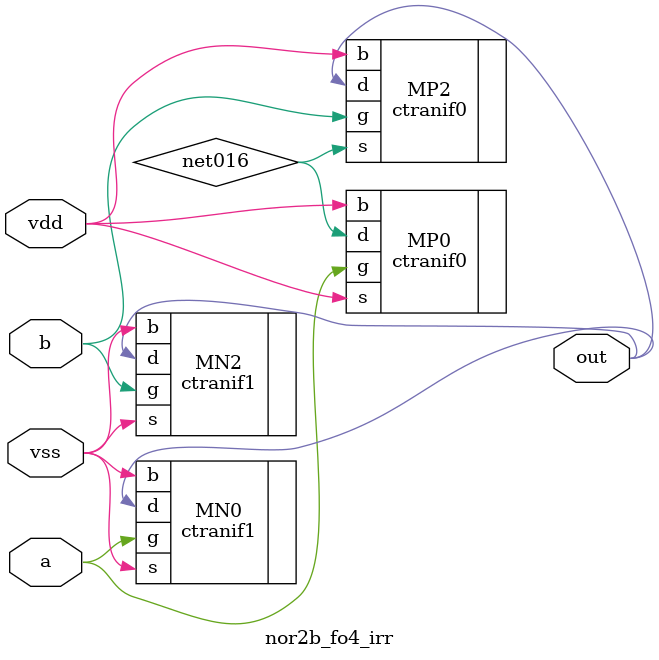
<source format=sv>

`timescale 1ns / 1ns 

module nor2b_fo4_irr ( out, a, b, vdd, vss );

output  out;

input  a, b, vdd, vss;


specify 
    specparam CDS_LIBNAME  = "MIPS25";
    specparam CDS_CELLNAME = "nor2b_fo4_irr";
    specparam CDS_VIEWNAME = "schematic";
endspecify

ctranif1  MN2 ( .b(vss), .d(out), .g(b), .s(vss));
ctranif1  MN0 ( .b(vss), .d(out), .g(a), .s(vss));
ctranif0  MP2 ( .b(vdd), .s(net016), .g(b), .d(out));
ctranif0  MP0 ( .b(vdd), .s(vdd), .g(a), .d(net016));

endmodule

</source>
